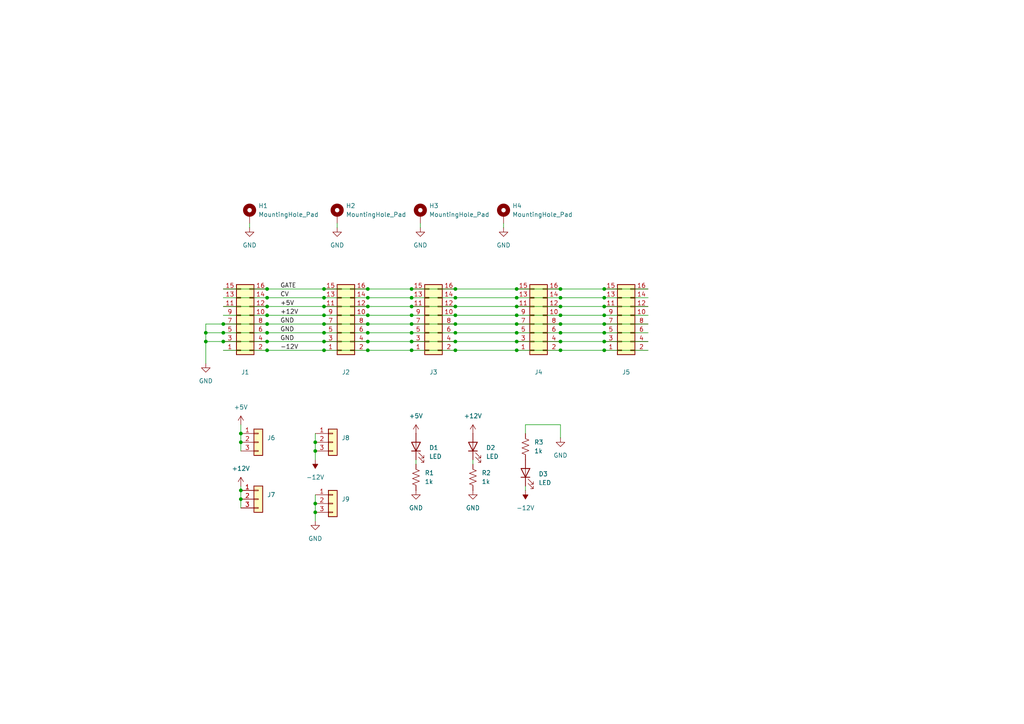
<source format=kicad_sch>
(kicad_sch (version 20231120) (generator "eeschema") (generator_version "8.0")
  (paper "A4")
  (title_block (title "Simple busboard") (date "2024-05-01") (rev "1"))
  (lib_symbols
    (symbol "Connector_Generic:Conn_01x03" (pin_names (offset 1.016) hide)
      (property "Reference" "J" (at 0 5.08 0))
      (property "Value" "Conn_01x03" (at 0 -5.08 0))
      (symbol "Conn_01x03_1_1"
        (rectangle (start -1.27 -2.413) (end 0 -2.667) (stroke (width 0.1524)))
        (rectangle (start -1.27 0.127) (end 0 -0.127) (stroke (width 0.1524)))
        (rectangle (start -1.27 2.667) (end 0 2.413) (stroke (width 0.1524)))
        (rectangle (start -1.27 3.81) (end 1.27 -3.81) (stroke (width 0.254)) (fill (type background)))
        (pin passive line (at -5.08 2.54 0) (length 3.81) (name "Pin_1") (number "1"))
        (pin passive line (at -5.08 0 0) (length 3.81) (name "Pin_2") (number "2"))
        (pin passive line (at -5.08 -2.54 0) (length 3.81) (name "Pin_3") (number "3"))
      )
    )
    (symbol "Connector_Generic:Conn_02x08_Odd_Even" (pin_names (offset 1.016) hide)
      (property "Reference" "J" (at 1.27 10.16 0))
      (property "Value" "Conn_02x08_Odd_Even" (at 1.27 -12.7 0))
      (symbol "Conn_02x08_Odd_Even_1_1"
        (rectangle (start -1.27 -10.033) (end 0 -10.287) (stroke (width 0.1524)))
        (rectangle (start -1.27 -7.493) (end 0 -7.747) (stroke (width 0.1524)))
        (rectangle (start -1.27 -4.953) (end 0 -5.207) (stroke (width 0.1524)))
        (rectangle (start -1.27 -2.413) (end 0 -2.667) (stroke (width 0.1524)))
        (rectangle (start -1.27 0.127) (end 0 -0.127) (stroke (width 0.1524)))
        (rectangle (start -1.27 2.667) (end 0 2.413) (stroke (width 0.1524)))
        (rectangle (start -1.27 5.207) (end 0 4.953) (stroke (width 0.1524)))
        (rectangle (start -1.27 7.747) (end 0 7.493) (stroke (width 0.1524)))
        (rectangle (start -1.27 8.89) (end 3.81 -11.43) (stroke (width 0.254)) (fill (type background)))
        (rectangle (start 3.81 -10.033) (end 2.54 -10.287) (stroke (width 0.1524)))
        (rectangle (start 3.81 -7.493) (end 2.54 -7.747) (stroke (width 0.1524)))
        (rectangle (start 3.81 -4.953) (end 2.54 -5.207) (stroke (width 0.1524)))
        (rectangle (start 3.81 -2.413) (end 2.54 -2.667) (stroke (width 0.1524)))
        (rectangle (start 3.81 0.127) (end 2.54 -0.127) (stroke (width 0.1524)))
        (rectangle (start 3.81 2.667) (end 2.54 2.413) (stroke (width 0.1524)))
        (rectangle (start 3.81 5.207) (end 2.54 4.953) (stroke (width 0.1524)))
        (rectangle (start 3.81 7.747) (end 2.54 7.493) (stroke (width 0.1524)))
        (pin passive line (at -5.08 7.62 0) (length 3.81) (name "Pin_1") (number "1"))
        (pin passive line (at 7.62 -2.54 180) (length 3.81) (name "Pin_10") (number "10"))
        (pin passive line (at -5.08 -5.08 0) (length 3.81) (name "Pin_11") (number "11"))
        (pin passive line (at 7.62 -5.08 180) (length 3.81) (name "Pin_12") (number "12"))
        (pin passive line (at -5.08 -7.62 0) (length 3.81) (name "Pin_13") (number "13"))
        (pin passive line (at 7.62 -7.62 180) (length 3.81) (name "Pin_14") (number "14"))
        (pin passive line (at -5.08 -10.16 0) (length 3.81) (name "Pin_15") (number "15"))
        (pin passive line (at 7.62 -10.16 180) (length 3.81) (name "Pin_16") (number "16"))
        (pin passive line (at 7.62 7.62 180) (length 3.81) (name "Pin_2") (number "2"))
        (pin passive line (at -5.08 5.08 0) (length 3.81) (name "Pin_3") (number "3"))
        (pin passive line (at 7.62 5.08 180) (length 3.81) (name "Pin_4") (number "4"))
        (pin passive line (at -5.08 2.54 0) (length 3.81) (name "Pin_5") (number "5"))
        (pin passive line (at 7.62 2.54 180) (length 3.81) (name "Pin_6") (number "6"))
        (pin passive line (at -5.08 0 0) (length 3.81) (name "Pin_7") (number "7"))
        (pin passive line (at 7.62 0 180) (length 3.81) (name "Pin_8") (number "8"))
        (pin passive line (at -5.08 -2.54 0) (length 3.81) (name "Pin_9") (number "9"))
      )
    )
    (symbol "Device:LED" (pin_numbers hide) (pin_names (offset 1.016) hide)
      (property "Reference" "D" (at 0 2.54 0))
      (property "Value" "LED" (at 0 -2.54 0))
      (symbol "LED_0_1"
        (polyline (pts (xy -1.27 -1.27) (xy -1.27 1.27)) (stroke (width 0.254)))
        (polyline (pts (xy -1.27 0) (xy 1.27 0)))
        (polyline (pts (xy 1.27 -1.27) (xy 1.27 1.27) (xy -1.27 0) (xy 1.27 -1.27)) (stroke (width 0.254)))
        (polyline (pts (xy -3.048 -0.762) (xy -4.572 -2.286) (xy -3.81 -2.286) (xy -4.572 -2.286) (xy -4.572 -1.524)))
        (polyline (pts (xy -1.778 -0.762) (xy -3.302 -2.286) (xy -2.54 -2.286) (xy -3.302 -2.286) (xy -3.302 -1.524)))
      )
      (symbol "LED_1_1"
        (pin passive line (at -3.81 0 0) (length 2.54) (name "K") (number "1"))
        (pin passive line (at 3.81 0 180) (length 2.54) (name "A") (number "2"))
      )
    )
    (symbol "Device:R_US" (pin_numbers hide) (pin_names (offset 0))
      (property "Reference" "R" (at 2.54 0 90))
      (property "Value" "R_US" (at -2.54 0 90))
      (symbol "R_US_0_1"
        (polyline (pts (xy 0 -2.286) (xy 0 -2.54)))
        (polyline (pts (xy 0 2.286) (xy 0 2.54)))
        (polyline (pts (xy 0 -0.762) (xy 1.016 -1.143) (xy 0 -1.524) (xy -1.016 -1.905) (xy 0 -2.286)))
        (polyline (pts (xy 0 0.762) (xy 1.016 0.381) (xy 0 0) (xy -1.016 -0.381) (xy 0 -0.762)))
        (polyline (pts (xy 0 2.286) (xy 1.016 1.905) (xy 0 1.524) (xy -1.016 1.143) (xy 0 0.762)))
      )
      (symbol "R_US_1_1"
        (pin passive line (at 0 3.81 270) (length 1.27) (name "~") (number "1"))
        (pin passive line (at 0 -3.81 90) (length 1.27) (name "~") (number "2"))
      )
    )
    (symbol "Mechanical:MountingHole_Pad" (pin_numbers hide) (pin_names (offset 1.016) hide)
      (property "Reference" "H" (at 0 6.35 0))
      (property "Value" "MountingHole_Pad" (at 0 4.445 0))
      (symbol "MountingHole_Pad_0_1"
        (circle (center 0 1.27) (radius 1.27) (stroke (width 1.27)))
      )
      (symbol "MountingHole_Pad_1_1"
        (pin input line (at 0 -2.54 90) (length 2.54) (name "1") (number "1"))
      )
    )
    (symbol "power:+12V" (power) (pin_numbers hide) (pin_names (offset 0) hide)
      (property "Value" "+12V" (at 0 3.556 0))
      (symbol "+12V_0_1"
        (polyline (pts (xy -0.762 1.27) (xy 0 2.54)))
        (polyline (pts (xy 0 0) (xy 0 2.54)))
        (polyline (pts (xy 0 2.54) (xy 0.762 1.27)))
      )
      (symbol "+12V_1_1"
        (pin power_in line (at 0 0 90) (length 0) (name "~") (number "1"))
      )
    )
    (symbol "power:+5V" (power) (pin_numbers hide) (pin_names (offset 0) hide)
      (property "Value" "+5V" (at 0 3.556 0))
      (symbol "+5V_0_1"
        (polyline (pts (xy -0.762 1.27) (xy 0 2.54)))
        (polyline (pts (xy 0 0) (xy 0 2.54)))
        (polyline (pts (xy 0 2.54) (xy 0.762 1.27)))
      )
      (symbol "+5V_1_1"
        (pin power_in line (at 0 0 90) (length 0) (name "~") (number "1"))
      )
    )
    (symbol "power:-12V" (power) (pin_numbers hide) (pin_names (offset 0) hide)
      (property "Value" "-12V" (at 0 3.556 0))
      (symbol "-12V_0_0"
        (pin power_in line (at 0 0 90) (length 0) (name "~") (number "1"))
      )
      (symbol "-12V_0_1"
        (polyline (pts (xy 0 0) (xy 0 1.27) (xy 0.762 1.27) (xy 0 2.54) (xy -0.762 1.27) (xy 0 1.27)) (fill (type outline)))
      )
    )
    (symbol "power:GND" (power) (pin_numbers hide) (pin_names (offset 0) hide)
      (property "Value" "GND" (at 0 -3.81 0))
      (symbol "GND_0_1"
        (polyline (pts (xy 0 0) (xy 0 -1.27) (xy 1.27 -1.27) (xy 0 -2.54) (xy -1.27 -1.27) (xy 0 -1.27)))
      )
      (symbol "GND_1_1"
        (pin power_in line (at 0 0 270) (length 0) (name "~") (number "1"))
      )
    )
  )
  (junction (at 106.68 96.52))
  (junction (at 175.26 99.06))
  (junction (at 149.86 96.52))
  (junction (at 162.56 86.36))
  (junction (at 106.68 86.36))
  (junction (at 132.08 96.52))
  (junction (at 162.56 99.06))
  (junction (at 91.44 130.81))
  (junction (at 77.47 88.9))
  (junction (at 162.56 96.52))
  (junction (at 132.08 91.44))
  (junction (at 106.68 101.6))
  (junction (at 91.44 146.05))
  (junction (at 162.56 83.82))
  (junction (at 91.44 148.59))
  (junction (at 93.98 93.98))
  (junction (at 69.85 144.78))
  (junction (at 149.86 101.6))
  (junction (at 64.77 99.06))
  (junction (at 119.38 88.9))
  (junction (at 77.47 96.52))
  (junction (at 162.56 101.6))
  (junction (at 132.08 88.9))
  (junction (at 93.98 99.06))
  (junction (at 93.98 101.6))
  (junction (at 132.08 101.6))
  (junction (at 132.08 86.36))
  (junction (at 175.26 86.36))
  (junction (at 77.47 93.98))
  (junction (at 175.26 91.44))
  (junction (at 77.47 101.6))
  (junction (at 91.44 128.27))
  (junction (at 106.68 93.98))
  (junction (at 175.26 83.82))
  (junction (at 175.26 88.9))
  (junction (at 162.56 93.98))
  (junction (at 119.38 96.52))
  (junction (at 175.26 96.52))
  (junction (at 119.38 83.82))
  (junction (at 149.86 86.36))
  (junction (at 175.26 101.6))
  (junction (at 64.77 93.98))
  (junction (at 69.85 128.27))
  (junction (at 77.47 86.36))
  (junction (at 59.69 99.06))
  (junction (at 119.38 91.44))
  (junction (at 132.08 83.82))
  (junction (at 106.68 88.9))
  (junction (at 119.38 93.98))
  (junction (at 162.56 91.44))
  (junction (at 93.98 88.9))
  (junction (at 93.98 83.82))
  (junction (at 149.86 99.06))
  (junction (at 93.98 91.44))
  (junction (at 175.26 93.98))
  (junction (at 106.68 91.44))
  (junction (at 149.86 93.98))
  (junction (at 93.98 86.36))
  (junction (at 77.47 83.82))
  (junction (at 69.85 125.73))
  (junction (at 162.56 88.9))
  (junction (at 106.68 83.82))
  (junction (at 59.69 96.52))
  (junction (at 77.47 91.44))
  (junction (at 77.47 99.06))
  (junction (at 132.08 99.06))
  (junction (at 149.86 83.82))
  (junction (at 69.85 142.24))
  (junction (at 149.86 91.44))
  (junction (at 149.86 88.9))
  (junction (at 93.98 96.52))
  (junction (at 132.08 93.98))
  (junction (at 106.68 99.06))
  (junction (at 119.38 99.06))
  (junction (at 64.77 96.52))
  (junction (at 119.38 86.36))
  (junction (at 119.38 101.6))
  (wire (pts (xy 64.77 91.44) (xy 77.47 91.44)))
  (wire (pts (xy 175.26 93.98) (xy 162.56 93.98)))
  (wire (pts (xy 162.56 127) (xy 162.56 123.19)))
  (wire (pts (xy 175.26 88.9) (xy 187.96 88.9)))
  (wire (pts (xy 175.26 91.44) (xy 187.96 91.44)))
  (wire (pts (xy 119.38 88.9) (xy 106.68 88.9)))
  (wire (pts (xy 119.38 88.9) (xy 132.08 88.9)))
  (wire (pts (xy 59.69 96.52) (xy 59.69 99.06)))
  (wire (pts (xy 175.26 88.9) (xy 162.56 88.9)))
  (wire (pts (xy 77.47 101.6) (xy 93.98 101.6)))
  (wire (pts (xy 59.69 96.52) (xy 64.77 96.52)))
  (wire (pts (xy 59.69 93.98) (xy 64.77 93.98)))
  (wire (pts (xy 149.86 96.52) (xy 132.08 96.52)))
  (wire (pts (xy 69.85 142.24) (xy 69.85 144.78)))
  (wire (pts (xy 91.44 125.73) (xy 91.44 128.27)))
  (wire (pts (xy 149.86 91.44) (xy 132.08 91.44)))
  (wire (pts (xy 59.69 99.06) (xy 59.69 105.41)))
  (wire (pts (xy 64.77 88.9) (xy 77.47 88.9)))
  (wire (pts (xy 149.86 88.9) (xy 162.56 88.9)))
  (wire (pts (xy 119.38 99.06) (xy 132.08 99.06)))
  (wire (pts (xy 72.39 66.04) (xy 72.39 64.77)))
  (wire (pts (xy 119.38 86.36) (xy 132.08 86.36)))
  (wire (pts (xy 119.38 86.36) (xy 106.68 86.36)))
  (wire (pts (xy 77.47 88.9) (xy 93.98 88.9)))
  (wire (pts (xy 91.44 130.81) (xy 91.44 133.35)))
  (wire (pts (xy 91.44 148.59) (xy 91.44 151.13)))
  (wire (pts (xy 120.65 134.62) (xy 120.65 133.35)))
  (wire (pts (xy 64.77 86.36) (xy 77.47 86.36)))
  (wire (pts (xy 64.77 96.52) (xy 77.47 96.52)))
  (wire (pts (xy 64.77 83.82) (xy 77.47 83.82)))
  (wire (pts (xy 175.26 83.82) (xy 187.96 83.82)))
  (wire (pts (xy 91.44 146.05) (xy 91.44 148.59)))
  (wire (pts (xy 93.98 99.06) (xy 106.68 99.06)))
  (wire (pts (xy 69.85 128.27) (xy 69.85 130.81)))
  (wire (pts (xy 69.85 123.19) (xy 69.85 125.73)))
  (wire (pts (xy 91.44 128.27) (xy 91.44 130.81)))
  (wire (pts (xy 119.38 101.6) (xy 132.08 101.6)))
  (wire (pts (xy 149.86 96.52) (xy 162.56 96.52)))
  (wire (pts (xy 97.79 66.04) (xy 97.79 64.77)))
  (wire (pts (xy 149.86 83.82) (xy 132.08 83.82)))
  (wire (pts (xy 175.26 96.52) (xy 187.96 96.52)))
  (wire (pts (xy 162.56 123.19) (xy 152.4 123.19)))
  (wire (pts (xy 137.16 134.62) (xy 137.16 133.35)))
  (wire (pts (xy 152.4 123.19) (xy 152.4 125.73)))
  (wire (pts (xy 149.86 99.06) (xy 162.56 99.06)))
  (wire (pts (xy 77.47 83.82) (xy 93.98 83.82)))
  (wire (pts (xy 93.98 86.36) (xy 106.68 86.36)))
  (wire (pts (xy 93.98 88.9) (xy 106.68 88.9)))
  (wire (pts (xy 119.38 93.98) (xy 132.08 93.98)))
  (wire (pts (xy 149.86 93.98) (xy 132.08 93.98)))
  (wire (pts (xy 149.86 88.9) (xy 132.08 88.9)))
  (wire (pts (xy 64.77 99.06) (xy 77.47 99.06)))
  (wire (pts (xy 59.69 99.06) (xy 64.77 99.06)))
  (wire (pts (xy 175.26 83.82) (xy 162.56 83.82)))
  (wire (pts (xy 77.47 96.52) (xy 93.98 96.52)))
  (wire (pts (xy 119.38 99.06) (xy 106.68 99.06)))
  (wire (pts (xy 175.26 101.6) (xy 162.56 101.6)))
  (wire (pts (xy 77.47 91.44) (xy 93.98 91.44)))
  (wire (pts (xy 149.86 91.44) (xy 162.56 91.44)))
  (wire (pts (xy 149.86 101.6) (xy 132.08 101.6)))
  (wire (pts (xy 119.38 91.44) (xy 106.68 91.44)))
  (wire (pts (xy 146.05 66.04) (xy 146.05 64.77)))
  (wire (pts (xy 77.47 93.98) (xy 93.98 93.98)))
  (wire (pts (xy 175.26 86.36) (xy 162.56 86.36)))
  (wire (pts (xy 175.26 101.6) (xy 187.96 101.6)))
  (wire (pts (xy 119.38 96.52) (xy 106.68 96.52)))
  (wire (pts (xy 93.98 96.52) (xy 106.68 96.52)))
  (wire (pts (xy 119.38 83.82) (xy 132.08 83.82)))
  (wire (pts (xy 93.98 93.98) (xy 106.68 93.98)))
  (wire (pts (xy 149.86 99.06) (xy 132.08 99.06)))
  (wire (pts (xy 119.38 93.98) (xy 106.68 93.98)))
  (wire (pts (xy 175.26 96.52) (xy 162.56 96.52)))
  (wire (pts (xy 93.98 83.82) (xy 106.68 83.82)))
  (wire (pts (xy 149.86 83.82) (xy 162.56 83.82)))
  (wire (pts (xy 69.85 125.73) (xy 69.85 128.27)))
  (wire (pts (xy 64.77 101.6) (xy 77.47 101.6)))
  (wire (pts (xy 69.85 140.97) (xy 69.85 142.24)))
  (wire (pts (xy 64.77 93.98) (xy 77.47 93.98)))
  (wire (pts (xy 93.98 91.44) (xy 106.68 91.44)))
  (wire (pts (xy 77.47 99.06) (xy 93.98 99.06)))
  (wire (pts (xy 119.38 83.82) (xy 106.68 83.82)))
  (wire (pts (xy 149.86 86.36) (xy 162.56 86.36)))
  (wire (pts (xy 119.38 91.44) (xy 132.08 91.44)))
  (wire (pts (xy 69.85 144.78) (xy 69.85 147.32)))
  (wire (pts (xy 121.92 66.04) (xy 121.92 64.77)))
  (wire (pts (xy 59.69 93.98) (xy 59.69 96.52)))
  (wire (pts (xy 175.26 93.98) (xy 187.96 93.98)))
  (wire (pts (xy 119.38 96.52) (xy 132.08 96.52)))
  (wire (pts (xy 149.86 86.36) (xy 132.08 86.36)))
  (wire (pts (xy 175.26 86.36) (xy 187.96 86.36)))
  (wire (pts (xy 175.26 99.06) (xy 187.96 99.06)))
  (wire (pts (xy 77.47 86.36) (xy 93.98 86.36)))
  (wire (pts (xy 149.86 101.6) (xy 162.56 101.6)))
  (wire (pts (xy 93.98 101.6) (xy 106.68 101.6)))
  (wire (pts (xy 149.86 93.98) (xy 162.56 93.98)))
  (wire (pts (xy 91.44 143.51) (xy 91.44 146.05)))
  (wire (pts (xy 119.38 101.6) (xy 106.68 101.6)))
  (wire (pts (xy 152.4 142.24) (xy 152.4 140.97)))
  (wire (pts (xy 175.26 99.06) (xy 162.56 99.06)))
  (wire (pts (xy 175.26 91.44) (xy 162.56 91.44)))
  (label "GND" (at 81.28 96.52 0))
  (label "+5V" (at 81.28 88.9 0))
  (label "+12V" (at 81.28 91.44 0))
  (label "CV" (at 81.28 86.36 0))
  (label "-12V" (at 81.28 101.6 0))
  (label "GND" (at 81.28 99.06 0))
  (label "GATE" (at 81.28 83.82 0))
  (label "GND" (at 81.28 93.98 0))
  (symbol (lib_id "Mechanical:MountingHole_Pad") (at 146.05 62.23 0) (unit 1)
    (property "Reference" "H4" (at 148.59 59.6899 0) (effects (justify left)))
    (property "Value" "MountingHole_Pad" (at 148.59 62.2299 0) (effects (justify left)))
    (property "Footprint" "MountingHole:MountingHole_4.3mm_M4_ISO14580_Pad" (effects (hide yes)))
    (property "Description" "Mounting Hole with connection" (effects (hide yes)))
  )
  (symbol (lib_id "Device:LED") (at 137.16 129.54 90) (unit 1)
    (property "Reference" "D2" (at 140.97 129.8574 90) (effects (justify right)))
    (property "Value" "LED" (at 140.97 132.3974 90) (effects (justify right)))
    (property "Footprint" "LED_THT:LED_D5.0mm" (effects (hide yes)))
    (property "Description" "Light emitting diode" (effects (hide yes)))
  )
  (symbol (lib_id "power:-12V") (at 91.44 133.35 180) (unit 1)
    (property "Reference" "#PWR09" (effects (hide yes)))
    (property "Value" "-12V" (at 91.44 138.43 0))
    (property "Description" "Power symbol creates a global label with name \"-12V\"" (effects (hide yes)))
  )
  (symbol (lib_id "power:GND") (at 146.05 66.04 0) (unit 1)
    (property "Reference" "#PWR05" (effects (hide yes)))
    (property "Value" "GND" (at 146.05 71.12 0))
    (property "Description" "Power symbol creates a global label with name \"GND\" , ground" (effects (hide yes)))
  )
  (symbol (lib_id "Device:R_US") (at 152.4 129.54 0) (unit 1)
    (property "Reference" "R3" (at 154.94 128.2699 0) (effects (justify left)))
    (property "Value" "1k" (at 154.94 130.8099 0) (effects (justify left)))
    (property "Footprint" "Resistor_THT:R_Axial_DIN0207_L6.3mm_D2.5mm_P2.54mm_Vertical" (effects (hide yes)))
    (property "Description" "Resistor, US symbol" (effects (hide yes)))
  )
  (symbol (lib_id "power:-12V") (at 152.4 142.24 180) (unit 1)
    (property "Reference" "#PWR014" (effects (hide yes)))
    (property "Value" "-12V" (at 152.4 147.32 0))
    (property "Description" "Power symbol creates a global label with name \"-12V\"" (effects (hide yes)))
  )
  (symbol (lib_id "Mechanical:MountingHole_Pad") (at 121.92 62.23 0) (unit 1)
    (property "Reference" "H3" (at 124.46 59.6899 0) (effects (justify left)))
    (property "Value" "MountingHole_Pad" (at 124.46 62.2299 0) (effects (justify left)))
    (property "Footprint" "MountingHole:MountingHole_4.3mm_M4_ISO14580_Pad" (effects (hide yes)))
    (property "Description" "Mounting Hole with connection" (effects (hide yes)))
  )
  (symbol (lib_id "Mechanical:MountingHole_Pad") (at 97.79 62.23 0) (unit 1)
    (property "Reference" "H2" (at 100.33 59.6899 0) (effects (justify left)))
    (property "Value" "MountingHole_Pad" (at 100.33 62.2299 0) (effects (justify left)))
    (property "Footprint" "MountingHole:MountingHole_4.3mm_M4_ISO14580_Pad" (effects (hide yes)))
    (property "Description" "Mounting Hole with connection" (effects (hide yes)))
  )
  (symbol (lib_id "Connector_Generic:Conn_02x08_Odd_Even") (at 124.46 93.98 0) (mirror x) (unit 1)
    (property "Reference" "J3" (at 125.73 107.95 0))
    (property "Value" "Conn_02x08_Odd_Even" (effects (hide yes)))
    (property "Footprint" "Connector_IDC:IDC-Header_2x08_P2.54mm_Vertical" (effects (hide yes)))
    (property "Description" "Generic connector, double row, 02x08, odd/even pin numbering scheme (row 1 odd numbers, row 2 even numbers), script generated (kicad-library-utils/schlib/autogen/connector/)" (effects (hide yes)))
  )
  (symbol (lib_id "power:GND") (at 137.16 142.24 0) (unit 1)
    (property "Reference" "#PWR013" (effects (hide yes)))
    (property "Value" "GND" (at 137.16 147.32 0))
    (property "Description" "Power symbol creates a global label with name \"GND\" , ground" (effects (hide yes)))
  )
  (symbol (lib_id "Mechanical:MountingHole_Pad") (at 72.39 62.23 0) (unit 1)
    (property "Reference" "H1" (at 74.93 59.6899 0) (effects (justify left)))
    (property "Value" "MountingHole_Pad" (at 74.93 62.2299 0) (effects (justify left)))
    (property "Footprint" "MountingHole:MountingHole_4.3mm_M4_ISO14580_Pad" (effects (hide yes)))
    (property "Description" "Mounting Hole with connection" (effects (hide yes)))
  )
  (symbol (lib_id "power:+5V") (at 69.85 123.19 0) (unit 1)
    (property "Reference" "#PWR07" (effects (hide yes)))
    (property "Value" "+5V" (at 69.85 118.11 0))
    (property "Description" "Power symbol creates a global label with name \"+5V\"" (effects (hide yes)))
  )
  (symbol (lib_id "Connector_Generic:Conn_01x03") (at 74.93 144.78 0) (unit 1)
    (property "Reference" "J7" (at 77.47 143.5099 0) (effects (justify left)))
    (property "Value" "Conn_01x03" (effects (hide yes)))
    (property "Footprint" "Connector_PinHeader_2.54mm:PinHeader_1x03_P2.54mm_Vertical" (effects (hide yes)))
    (property "Description" "Generic connector, single row, 01x03, script generated (kicad-library-utils/schlib/autogen/connector/)" (effects (hide yes)))
  )
  (symbol (lib_id "power:+5V") (at 137.16 125.73 0) (unit 1)
    (property "Reference" "#PWR012" (effects (hide yes)))
    (property "Value" "+12V" (at 137.16 120.65 0))
    (property "Description" "Power symbol creates a global label with name \"+5V\"" (effects (hide yes)))
  )
  (symbol (lib_id "Connector_Generic:Conn_02x08_Odd_Even") (at 180.34 93.98 0) (mirror x) (unit 1)
    (property "Reference" "J5" (at 181.61 107.95 0))
    (property "Value" "Conn_02x08_Odd_Even" (effects (hide yes)))
    (property "Footprint" "Connector_IDC:IDC-Header_2x08_P2.54mm_Vertical" (effects (hide yes)))
    (property "Description" "Generic connector, double row, 02x08, odd/even pin numbering scheme (row 1 odd numbers, row 2 even numbers), script generated (kicad-library-utils/schlib/autogen/connector/)" (effects (hide yes)))
  )
  (symbol (lib_id "power:GND") (at 72.39 66.04 0) (unit 1)
    (property "Reference" "#PWR02" (effects (hide yes)))
    (property "Value" "GND" (at 72.39 71.12 0))
    (property "Description" "Power symbol creates a global label with name \"GND\" , ground" (effects (hide yes)))
  )
  (symbol (lib_id "Connector_Generic:Conn_02x08_Odd_Even") (at 154.94 93.98 0) (mirror x) (unit 1)
    (property "Reference" "J4" (at 156.21 107.95 0))
    (property "Value" "Conn_02x08_Odd_Even" (effects (hide yes)))
    (property "Footprint" "Connector_IDC:IDC-Header_2x08_P2.54mm_Vertical" (effects (hide yes)))
    (property "Description" "Generic connector, double row, 02x08, odd/even pin numbering scheme (row 1 odd numbers, row 2 even numbers), script generated (kicad-library-utils/schlib/autogen/connector/)" (effects (hide yes)))
  )
  (symbol (lib_id "Connector_Generic:Conn_02x08_Odd_Even") (at 69.85 93.98 0) (mirror x) (unit 1)
    (property "Reference" "J1" (at 71.12 107.95 0))
    (property "Value" "Conn_02x08_Odd_Even" (effects (hide yes)))
    (property "Footprint" "Connector_IDC:IDC-Header_2x08_P2.54mm_Vertical" (effects (hide yes)))
    (property "Description" "Generic connector, double row, 02x08, odd/even pin numbering scheme (row 1 odd numbers, row 2 even numbers), script generated (kicad-library-utils/schlib/autogen/connector/)" (effects (hide yes)))
  )
  (symbol (lib_id "power:GND") (at 162.56 127 0) (unit 1)
    (property "Reference" "#PWR015" (effects (hide yes)))
    (property "Value" "GND" (at 162.56 132.08 0))
    (property "Description" "Power symbol creates a global label with name \"GND\" , ground" (effects (hide yes)))
  )
  (symbol (lib_id "Connector_Generic:Conn_01x03") (at 96.52 128.27 0) (unit 1)
    (property "Reference" "J8" (at 99.06 126.9999 0) (effects (justify left)))
    (property "Value" "Conn_01x03" (effects (hide yes)))
    (property "Footprint" "Connector_PinHeader_2.54mm:PinHeader_1x03_P2.54mm_Vertical" (effects (hide yes)))
    (property "Description" "Generic connector, single row, 01x03, script generated (kicad-library-utils/schlib/autogen/connector/)" (effects (hide yes)))
  )
  (symbol (lib_id "power:GND") (at 97.79 66.04 0) (unit 1)
    (property "Reference" "#PWR03" (effects (hide yes)))
    (property "Value" "GND" (at 97.79 71.12 0))
    (property "Description" "Power symbol creates a global label with name \"GND\" , ground" (effects (hide yes)))
  )
  (symbol (lib_id "power:GND") (at 121.92 66.04 0) (unit 1)
    (property "Reference" "#PWR04" (effects (hide yes)))
    (property "Value" "GND" (at 121.92 71.12 0))
    (property "Description" "Power symbol creates a global label with name \"GND\" , ground" (effects (hide yes)))
  )
  (symbol (lib_id "Device:R_US") (at 120.65 138.43 0) (unit 1)
    (property "Reference" "R1" (at 123.19 137.1599 0) (effects (justify left)))
    (property "Value" "1k" (at 123.19 139.6999 0) (effects (justify left)))
    (property "Footprint" "Resistor_THT:R_Axial_DIN0207_L6.3mm_D2.5mm_P2.54mm_Vertical" (effects (hide yes)))
    (property "Description" "Resistor, US symbol" (effects (hide yes)))
  )
  (symbol (lib_id "power:+12V") (at 69.85 140.97 0) (unit 1)
    (property "Reference" "#PWR08" (effects (hide yes)))
    (property "Value" "+12V" (at 69.85 135.89 0))
    (property "Description" "Power symbol creates a global label with name \"+12V\"" (effects (hide yes)))
  )
  (symbol (lib_id "Device:LED") (at 152.4 137.16 90) (unit 1)
    (property "Reference" "D3" (at 156.21 137.4774 90) (effects (justify right)))
    (property "Value" "LED" (at 156.21 140.0174 90) (effects (justify right)))
    (property "Footprint" "LED_THT:LED_D5.0mm" (effects (hide yes)))
    (property "Description" "Light emitting diode" (effects (hide yes)))
  )
  (symbol (lib_id "Connector_Generic:Conn_01x03") (at 74.93 128.27 0) (unit 1)
    (property "Reference" "J6" (at 77.47 126.9999 0) (effects (justify left)))
    (property "Value" "Conn_01x03" (effects (hide yes)))
    (property "Footprint" "Connector_PinHeader_2.54mm:PinHeader_1x03_P2.54mm_Vertical" (effects (hide yes)))
    (property "Description" "Generic connector, single row, 01x03, script generated (kicad-library-utils/schlib/autogen/connector/)" (effects (hide yes)))
  )
  (symbol (lib_id "power:GND") (at 120.65 142.24 0) (unit 1)
    (property "Reference" "#PWR06" (effects (hide yes)))
    (property "Value" "GND" (at 120.65 147.32 0))
    (property "Description" "Power symbol creates a global label with name \"GND\" , ground" (effects (hide yes)))
  )
  (symbol (lib_id "power:GND") (at 59.69 105.41 0) (unit 1)
    (property "Reference" "#PWR01" (effects (hide yes)))
    (property "Value" "GND" (at 59.69 110.49 0))
    (property "Description" "Power symbol creates a global label with name \"GND\" , ground" (effects (hide yes)))
  )
  (symbol (lib_id "Connector_Generic:Conn_02x08_Odd_Even") (at 99.06 93.98 0) (mirror x) (unit 1)
    (property "Reference" "J2" (at 100.33 107.95 0))
    (property "Value" "Conn_02x08_Odd_Even" (effects (hide yes)))
    (property "Footprint" "Connector_IDC:IDC-Header_2x08_P2.54mm_Vertical" (effects (hide yes)))
    (property "Description" "Generic connector, double row, 02x08, odd/even pin numbering scheme (row 1 odd numbers, row 2 even numbers), script generated (kicad-library-utils/schlib/autogen/connector/)" (effects (hide yes)))
  )
  (symbol (lib_id "power:GND") (at 91.44 151.13 0) (unit 1)
    (property "Reference" "#PWR010" (effects (hide yes)))
    (property "Value" "GND" (at 91.44 156.21 0))
    (property "Description" "Power symbol creates a global label with name \"GND\" , ground" (effects (hide yes)))
  )
  (symbol (lib_id "power:+5V") (at 120.65 125.73 0) (unit 1)
    (property "Reference" "#PWR011" (effects (hide yes)))
    (property "Value" "+5V" (at 120.65 120.65 0))
    (property "Description" "Power symbol creates a global label with name \"+5V\"" (effects (hide yes)))
  )
  (symbol (lib_id "Device:LED") (at 120.65 129.54 90) (unit 1)
    (property "Reference" "D1" (at 124.46 129.8574 90) (effects (justify right)))
    (property "Value" "LED" (at 124.46 132.3974 90) (effects (justify right)))
    (property "Footprint" "LED_THT:LED_D5.0mm" (effects (hide yes)))
    (property "Description" "Light emitting diode" (effects (hide yes)))
  )
  (symbol (lib_id "Device:R_US") (at 137.16 138.43 0) (unit 1)
    (property "Reference" "R2" (at 139.7 137.1599 0) (effects (justify left)))
    (property "Value" "1k" (at 139.7 139.6999 0) (effects (justify left)))
    (property "Footprint" "Resistor_THT:R_Axial_DIN0207_L6.3mm_D2.5mm_P2.54mm_Vertical" (effects (hide yes)))
    (property "Description" "Resistor, US symbol" (effects (hide yes)))
  )
  (symbol (lib_id "Connector_Generic:Conn_01x03") (at 96.52 146.05 0) (unit 1)
    (property "Reference" "J9" (at 99.06 144.7799 0) (effects (justify left)))
    (property "Value" "Conn_01x03" (effects (hide yes)))
    (property "Footprint" "Connector_PinHeader_2.54mm:PinHeader_1x03_P2.54mm_Vertical" (effects (hide yes)))
    (property "Description" "Generic connector, single row, 01x03, script generated (kicad-library-utils/schlib/autogen/connector/)" (effects (hide yes)))
  )
)
</source>
